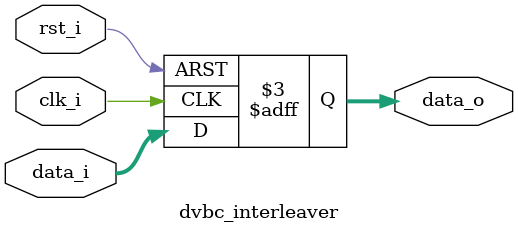
<source format=v>
/**
 * \file      dvbc_interleaver
 *
 * \project   dvbc
 *
 * \langv     Verilog-2005
 *
 * \brief     Interleaver for DVB-C modulator.
 *
 * \details   -
 *
 * \bug       -
 *
 * \see       ETSI EN 300429
 *
 * \copyright GPLv2
 *
 * Revision history:
 *
 * \version   0.1
 * \date      2015-06-05
 * \author    Andreas Mueller
**/

module dvbc_interleaver
#(
    parameter PARAM1 = 0,
    parameter PARAM2 = 8
)
(
    input wire clk_i,
    input wire rst_i,
    input wire[PARAM2-1:0] data_i,
    output reg[PARAM2-1:0] data_o
);

/*
 * Purpose of the following always block.
**/
always@(posedge clk_i or posedge rst_i)
begin
    if (rst_i == 1'b1)
        data_o <= 'b0;
    else
        data_o <= data_i;
end

endmodule

</source>
